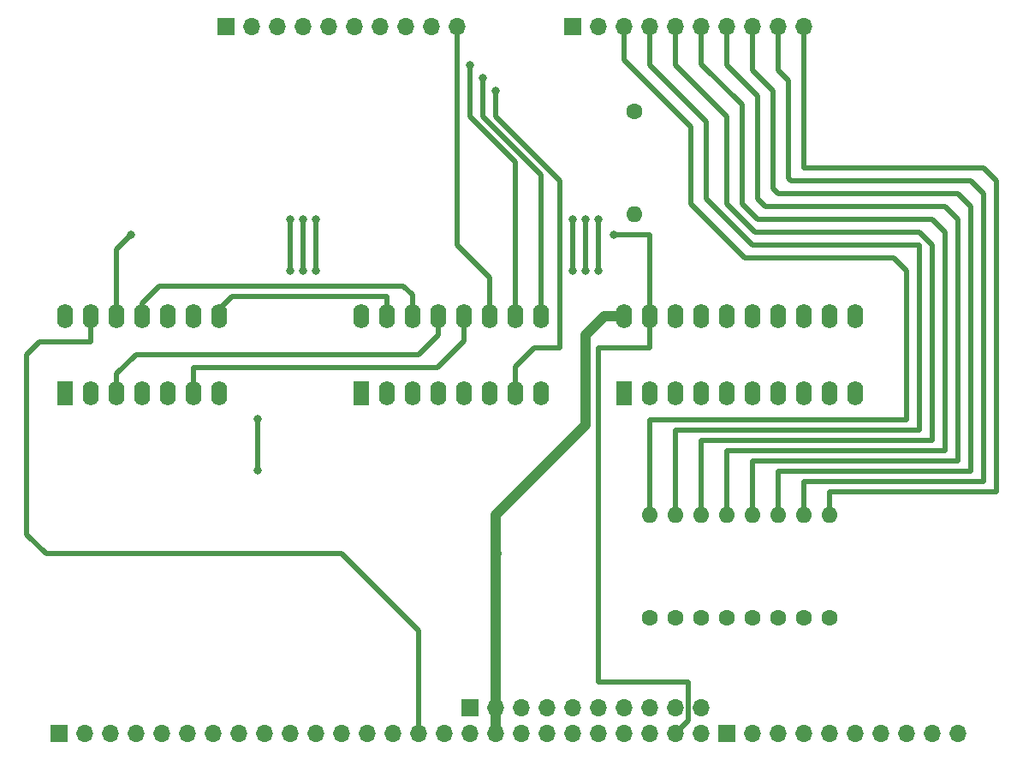
<source format=gbr>
%TF.GenerationSoftware,KiCad,Pcbnew,6.0.11+dfsg-1*%
%TF.CreationDate,2025-10-31T09:44:41+01:00*%
%TF.ProjectId,basematrice,62617365-6d61-4747-9269-63652e6b6963,rev?*%
%TF.SameCoordinates,Original*%
%TF.FileFunction,Copper,L1,Top*%
%TF.FilePolarity,Positive*%
%FSLAX46Y46*%
G04 Gerber Fmt 4.6, Leading zero omitted, Abs format (unit mm)*
G04 Created by KiCad (PCBNEW 6.0.11+dfsg-1) date 2025-10-31 09:44:41*
%MOMM*%
%LPD*%
G01*
G04 APERTURE LIST*
%TA.AperFunction,ComponentPad*%
%ADD10R,1.600000X2.400000*%
%TD*%
%TA.AperFunction,ComponentPad*%
%ADD11O,1.600000X2.400000*%
%TD*%
%TA.AperFunction,ComponentPad*%
%ADD12R,1.700000X1.700000*%
%TD*%
%TA.AperFunction,ComponentPad*%
%ADD13O,1.700000X1.700000*%
%TD*%
%TA.AperFunction,ComponentPad*%
%ADD14C,1.600000*%
%TD*%
%TA.AperFunction,ComponentPad*%
%ADD15O,1.600000X1.600000*%
%TD*%
%TA.AperFunction,ViaPad*%
%ADD16C,0.800000*%
%TD*%
%TA.AperFunction,ViaPad*%
%ADD17C,1.000000*%
%TD*%
%TA.AperFunction,Conductor*%
%ADD18C,0.500000*%
%TD*%
%TA.AperFunction,Conductor*%
%ADD19C,1.000000*%
%TD*%
G04 APERTURE END LIST*
D10*
%TO.P,74hc32,1*%
%TO.N,N/C*%
X97150000Y-100980000D03*
D11*
%TO.P,74hc32,2*%
X99690000Y-100980000D03*
%TO.P,74hc32,3*%
X102230000Y-100980000D03*
%TO.P,74hc32,4*%
X104770000Y-100980000D03*
%TO.P,74hc32,5*%
X107310000Y-100980000D03*
%TO.P,74hc32,6*%
X109850000Y-100980000D03*
%TO.P,74hc32,7*%
X112390000Y-100980000D03*
%TO.P,74hc32,8*%
X112390000Y-93360000D03*
%TO.P,74hc32,9*%
X109850000Y-93360000D03*
%TO.P,74hc32,10*%
X107310000Y-93360000D03*
%TO.P,74hc32,11*%
X104770000Y-93360000D03*
%TO.P,74hc32,12*%
X102230000Y-93360000D03*
%TO.P,74hc32,13*%
X99690000Y-93360000D03*
%TO.P,74hc32,14*%
X97150000Y-93360000D03*
%TD*%
D12*
%TO.P,REF\u002A\u002A,1*%
%TO.N,N/C*%
X96550000Y-134600000D03*
D13*
%TO.P,REF\u002A\u002A,2*%
X99090000Y-134600000D03*
%TO.P,REF\u002A\u002A,3*%
X101630000Y-134600000D03*
%TO.P,REF\u002A\u002A,4*%
X104170000Y-134600000D03*
%TO.P,REF\u002A\u002A,5*%
X106710000Y-134600000D03*
%TO.P,REF\u002A\u002A,6*%
X109250000Y-134600000D03*
%TO.P,REF\u002A\u002A,7*%
X111790000Y-134600000D03*
%TO.P,REF\u002A\u002A,8*%
X114330000Y-134600000D03*
%TO.P,REF\u002A\u002A,9*%
X116870000Y-134600000D03*
%TO.P,REF\u002A\u002A,10*%
X119410000Y-134600000D03*
%TO.P,REF\u002A\u002A,11*%
X121950000Y-134600000D03*
%TO.P,REF\u002A\u002A,12*%
X124490000Y-134600000D03*
%TO.P,REF\u002A\u002A,13*%
X127030000Y-134600000D03*
%TO.P,REF\u002A\u002A,14*%
X129570000Y-134600000D03*
%TO.P,REF\u002A\u002A,15*%
X132110000Y-134600000D03*
%TO.P,REF\u002A\u002A,16*%
X134650000Y-134600000D03*
%TD*%
D14*
%TO.P,10k,1*%
%TO.N,N/C*%
X165100000Y-123190000D03*
D15*
%TO.P,10k,2*%
X165100000Y-113030000D03*
%TD*%
D14*
%TO.P,1k,1*%
%TO.N,N/C*%
X153416000Y-73152000D03*
D15*
%TO.P,1k,2*%
X153416000Y-83312000D03*
%TD*%
D12*
%TO.P,REF\u002A\u002A,1*%
%TO.N,N/C*%
X113060000Y-64745000D03*
D13*
%TO.P,REF\u002A\u002A,2*%
X115600000Y-64745000D03*
%TO.P,REF\u002A\u002A,3*%
X118140000Y-64745000D03*
%TO.P,REF\u002A\u002A,4*%
X120680000Y-64745000D03*
%TO.P,REF\u002A\u002A,5*%
X123220000Y-64745000D03*
%TO.P,REF\u002A\u002A,6*%
X125760000Y-64745000D03*
%TO.P,REF\u002A\u002A,7*%
X128300000Y-64745000D03*
%TO.P,REF\u002A\u002A,8*%
X130840000Y-64745000D03*
%TO.P,REF\u002A\u002A,9*%
X133380000Y-64745000D03*
%TO.P,REF\u002A\u002A,10*%
X135920000Y-64745000D03*
%TD*%
D14*
%TO.P,10k,1*%
%TO.N,N/C*%
X154940000Y-123190000D03*
D15*
%TO.P,10k,2*%
X154940000Y-113030000D03*
%TD*%
D14*
%TO.P,10k,1*%
%TO.N,N/C*%
X167640000Y-123190000D03*
D15*
%TO.P,10k,2*%
X167640000Y-113030000D03*
%TD*%
D10*
%TO.P,74hc245,1*%
%TO.N,N/C*%
X152400000Y-100965000D03*
D11*
%TO.P,74hc245,2*%
X154940000Y-100965000D03*
%TO.P,74hc245,3*%
X157480000Y-100965000D03*
%TO.P,74hc245,4*%
X160020000Y-100965000D03*
%TO.P,74hc245,5*%
X162560000Y-100965000D03*
%TO.P,74hc245,6*%
X165100000Y-100965000D03*
%TO.P,74hc245,7*%
X167640000Y-100965000D03*
%TO.P,74hc245,8*%
X170180000Y-100965000D03*
%TO.P,74hc245,9*%
X172720000Y-100965000D03*
%TO.P,74hc245,10*%
X175260000Y-100965000D03*
%TO.P,74hc245,11*%
X175260000Y-93345000D03*
%TO.P,74hc245,12*%
X172720000Y-93345000D03*
%TO.P,74hc245,13*%
X170180000Y-93345000D03*
%TO.P,74hc245,14*%
X167640000Y-93345000D03*
%TO.P,74hc245,15*%
X165100000Y-93345000D03*
%TO.P,74hc245,16*%
X162560000Y-93345000D03*
%TO.P,74hc245,17*%
X160020000Y-93345000D03*
%TO.P,74hc245,18*%
X157480000Y-93345000D03*
%TO.P,74hc245,19*%
X154940000Y-93345000D03*
%TO.P,74hc245,20*%
X152400000Y-93345000D03*
%TD*%
D14*
%TO.P,10k,1*%
%TO.N,N/C*%
X162560000Y-123190000D03*
D15*
%TO.P,10k,2*%
X162560000Y-113030000D03*
%TD*%
D12*
%TO.P,REF\u002A\u002A,1*%
%TO.N,N/C*%
X162590000Y-134600000D03*
D13*
%TO.P,REF\u002A\u002A,2*%
X165130000Y-134600000D03*
%TO.P,REF\u002A\u002A,3*%
X167670000Y-134600000D03*
%TO.P,REF\u002A\u002A,4*%
X170210000Y-134600000D03*
%TO.P,REF\u002A\u002A,5*%
X172750000Y-134600000D03*
%TO.P,REF\u002A\u002A,6*%
X175290000Y-134600000D03*
%TO.P,REF\u002A\u002A,7*%
X177830000Y-134600000D03*
%TO.P,REF\u002A\u002A,8*%
X180370000Y-134600000D03*
%TO.P,REF\u002A\u002A,9*%
X182910000Y-134600000D03*
%TO.P,REF\u002A\u002A,10*%
X185450000Y-134600000D03*
%TD*%
D10*
%TO.P,74hc42,1*%
%TO.N,N/C*%
X126380000Y-100980000D03*
D11*
%TO.P,74hc42,2*%
X128920000Y-100980000D03*
%TO.P,74hc42,3*%
X131460000Y-100980000D03*
%TO.P,74hc42,4*%
X134000000Y-100980000D03*
%TO.P,74hc42,5*%
X136540000Y-100980000D03*
%TO.P,74hc42,6*%
X139080000Y-100980000D03*
%TO.P,74hc42,7*%
X141620000Y-100980000D03*
%TO.P,74hc42,8*%
X144160000Y-100980000D03*
%TO.P,74hc42,9*%
X144160000Y-93360000D03*
%TO.P,74hc42,10*%
X141620000Y-93360000D03*
%TO.P,74hc42,11*%
X139080000Y-93360000D03*
%TO.P,74hc42,12*%
X136540000Y-93360000D03*
%TO.P,74hc42,13*%
X134000000Y-93360000D03*
%TO.P,74hc42,14*%
X131460000Y-93360000D03*
%TO.P,74hc42,15*%
X128920000Y-93360000D03*
%TO.P,74hc42,16*%
X126380000Y-93360000D03*
%TD*%
D14*
%TO.P,10k,1*%
%TO.N,N/C*%
X160020000Y-123190000D03*
D15*
%TO.P,10k,2*%
X160020000Y-113030000D03*
%TD*%
D14*
%TO.P,10k,1*%
%TO.N,N/C*%
X157480000Y-123190000D03*
D15*
%TO.P,10k,2*%
X157480000Y-113030000D03*
%TD*%
D14*
%TO.P,10k,1*%
%TO.N,N/C*%
X172720000Y-123190000D03*
D15*
%TO.P,10k,2*%
X172720000Y-113030000D03*
%TD*%
D14*
%TO.P,10k,1*%
%TO.N,N/C*%
X170180000Y-123190000D03*
D15*
%TO.P,10k,2*%
X170180000Y-113030000D03*
%TD*%
D12*
%TO.P,REF\u002A\u002A,1*%
%TO.N,N/C*%
X147350000Y-64745000D03*
D13*
%TO.P,REF\u002A\u002A,2*%
X149890000Y-64745000D03*
%TO.P,REF\u002A\u002A,3*%
X152430000Y-64745000D03*
%TO.P,REF\u002A\u002A,4*%
X154970000Y-64745000D03*
%TO.P,REF\u002A\u002A,5*%
X157510000Y-64745000D03*
%TO.P,REF\u002A\u002A,6*%
X160050000Y-64745000D03*
%TO.P,REF\u002A\u002A,7*%
X162590000Y-64745000D03*
%TO.P,REF\u002A\u002A,8*%
X165130000Y-64745000D03*
%TO.P,REF\u002A\u002A,9*%
X167670000Y-64745000D03*
%TO.P,REF\u002A\u002A,10*%
X170210000Y-64745000D03*
%TD*%
D12*
%TO.P,REF\u002A\u002A,1*%
%TO.N,N/C*%
X137190000Y-132060000D03*
D13*
%TO.P,REF\u002A\u002A,2*%
X137190000Y-134600000D03*
%TO.P,REF\u002A\u002A,3*%
X139730000Y-132060000D03*
%TO.P,REF\u002A\u002A,4*%
X139730000Y-134600000D03*
%TO.P,REF\u002A\u002A,5*%
X142270000Y-132060000D03*
%TO.P,REF\u002A\u002A,6*%
X142270000Y-134600000D03*
%TO.P,REF\u002A\u002A,7*%
X144810000Y-132060000D03*
%TO.P,REF\u002A\u002A,8*%
X144810000Y-134600000D03*
%TO.P,REF\u002A\u002A,9*%
X147350000Y-132060000D03*
%TO.P,REF\u002A\u002A,10*%
X147350000Y-134600000D03*
%TO.P,REF\u002A\u002A,11*%
X149890000Y-132060000D03*
%TO.P,REF\u002A\u002A,12*%
X149890000Y-134600000D03*
%TO.P,REF\u002A\u002A,13*%
X152430000Y-132060000D03*
%TO.P,REF\u002A\u002A,14*%
X152430000Y-134600000D03*
%TO.P,REF\u002A\u002A,15*%
X154970000Y-132060000D03*
%TO.P,REF\u002A\u002A,16*%
X154970000Y-134600000D03*
%TO.P,REF\u002A\u002A,17*%
X157510000Y-132060000D03*
%TO.P,REF\u002A\u002A,18*%
X157510000Y-134600000D03*
%TO.P,REF\u002A\u002A,19*%
X160050000Y-132060000D03*
%TO.P,REF\u002A\u002A,20*%
X160050000Y-134600000D03*
%TD*%
D16*
%TO.N,*%
X116205000Y-103505000D03*
X119380000Y-88900000D03*
X121920000Y-83820000D03*
X138430000Y-69850000D03*
X148590000Y-88900000D03*
X121920000Y-88900000D03*
X116205000Y-108585000D03*
X148590000Y-83820000D03*
X103632000Y-85344000D03*
X147320000Y-88900000D03*
X120650000Y-88900000D03*
X149860000Y-88900000D03*
X137160000Y-68580000D03*
X149860000Y-83820000D03*
X151384000Y-85344000D03*
X120650000Y-83820000D03*
X147320000Y-83820000D03*
X139700000Y-71120000D03*
X119380000Y-83820000D03*
D17*
X139730000Y-119918000D03*
%TD*%
D18*
%TO.N,*%
X172720000Y-113030000D02*
X172720000Y-110744000D01*
X170210000Y-66010000D02*
X170210000Y-64745000D01*
X172720000Y-110744000D02*
X189230000Y-110744000D01*
X189230000Y-110744000D02*
X189230000Y-80010000D01*
X189230000Y-80010000D02*
X187960000Y-78740000D01*
X187960000Y-78740000D02*
X170180000Y-78740000D01*
X170180000Y-78740000D02*
X170180000Y-66040000D01*
X170180000Y-66040000D02*
X170210000Y-66010000D01*
X102230000Y-86746000D02*
X102230000Y-93360000D01*
X186690000Y-82550000D02*
X186690000Y-108712000D01*
X166370000Y-82550000D02*
X165608000Y-81788000D01*
X159004000Y-82296000D02*
X159004000Y-74676000D01*
X149860000Y-88900000D02*
X149860000Y-83820000D01*
X136540000Y-95870000D02*
X136540000Y-93360000D01*
X130586000Y-90424000D02*
X131460000Y-91298000D01*
X104140000Y-97155000D02*
X132080000Y-97155000D01*
X160050000Y-68455500D02*
X164084000Y-72489500D01*
X168656000Y-79756000D02*
X168656000Y-70104000D01*
X167640000Y-81280000D02*
X185420000Y-81280000D01*
X185420000Y-81280000D02*
X186690000Y-82550000D01*
X154940000Y-113030000D02*
X154940000Y-103632000D01*
D19*
X139730000Y-119918000D02*
X139730000Y-123414000D01*
D18*
X134000000Y-95235000D02*
X134000000Y-93360000D01*
X179070000Y-87630000D02*
X164338000Y-87630000D01*
X147320000Y-88900000D02*
X147320000Y-83820000D01*
X119380000Y-88900000D02*
X119380000Y-83820000D01*
X93345000Y-97155000D02*
X94615000Y-95885000D01*
X159004000Y-74676000D02*
X152430000Y-68102000D01*
X165608000Y-71628000D02*
X162590000Y-68610000D01*
X182880000Y-83820000D02*
X184150000Y-85090000D01*
X132110000Y-124490000D02*
X124460000Y-116840000D01*
X168656000Y-70104000D02*
X167640000Y-69088000D01*
X162590000Y-68610000D02*
X162590000Y-64745000D01*
X181610000Y-86360000D02*
X165100000Y-86360000D01*
X165608000Y-83820000D02*
X182880000Y-83820000D01*
X186690000Y-80010000D02*
X168910000Y-80010000D01*
X165130000Y-64745000D02*
X165130000Y-69118000D01*
D19*
X139730000Y-116870000D02*
X139730000Y-123414000D01*
D18*
X131460000Y-91298000D02*
X131460000Y-93360000D01*
X162560000Y-73660000D02*
X157480000Y-68580000D01*
X146050000Y-96520000D02*
X146050000Y-80010000D01*
X165608000Y-81788000D02*
X165608000Y-71628000D01*
X128920000Y-93360000D02*
X128920000Y-91455000D01*
X187960000Y-81280000D02*
X186690000Y-80010000D01*
D19*
X150495000Y-93345000D02*
X148590000Y-95250000D01*
D18*
X93345000Y-114935000D02*
X93345000Y-97155000D01*
X167640000Y-69088000D02*
X167640000Y-64775000D01*
X182880000Y-105664000D02*
X182880000Y-86360000D01*
X109850000Y-98430000D02*
X109855000Y-98425000D01*
D19*
X139760000Y-116840000D02*
X139730000Y-116870000D01*
D18*
X151384000Y-85344000D02*
X154940000Y-85344000D01*
X157510000Y-134600000D02*
X158750000Y-133360000D01*
X157480000Y-113030000D02*
X157480000Y-104648000D01*
X170180000Y-109728000D02*
X187960000Y-109728000D01*
X162560000Y-106680000D02*
X162560000Y-113030000D01*
X187960000Y-109728000D02*
X187960000Y-81280000D01*
X182880000Y-86360000D02*
X181610000Y-85090000D01*
X160020000Y-105664000D02*
X182880000Y-105664000D01*
X109855000Y-98425000D02*
X133985000Y-98425000D01*
X160020000Y-113030000D02*
X160020000Y-105664000D01*
X157480000Y-68580000D02*
X157480000Y-64775000D01*
X170180000Y-113030000D02*
X170180000Y-109728000D01*
X167132000Y-71120000D02*
X167132000Y-80772000D01*
X139080000Y-89550000D02*
X135890000Y-86360000D01*
X164084000Y-82296000D02*
X165608000Y-83820000D01*
X165100000Y-113030000D02*
X165100000Y-107696000D01*
X109850000Y-100980000D02*
X109850000Y-98430000D01*
D19*
X148590000Y-95250000D02*
X148590000Y-104140000D01*
X152400000Y-93345000D02*
X150495000Y-93345000D01*
D18*
X146050000Y-80010000D02*
X139700000Y-73660000D01*
X141620000Y-93360000D02*
X141620000Y-78120000D01*
X160050000Y-64745000D02*
X160050000Y-68455500D01*
X138430000Y-73660000D02*
X138430000Y-69850000D01*
X154940000Y-85344000D02*
X154940000Y-93345000D01*
X141620000Y-100980000D02*
X141620000Y-98410000D01*
X102230000Y-99065000D02*
X104140000Y-97155000D01*
X132110000Y-134600000D02*
X132110000Y-124490000D01*
X139080000Y-93360000D02*
X139080000Y-89550000D01*
X104770000Y-92080000D02*
X106426000Y-90424000D01*
X104770000Y-93360000D02*
X104770000Y-92080000D01*
X152430000Y-68102000D02*
X152430000Y-64745000D01*
X165100000Y-86360000D02*
X160528000Y-81788000D01*
X133985000Y-98425000D02*
X136540000Y-95870000D01*
X148590000Y-88900000D02*
X148590000Y-83820000D01*
D19*
X139730000Y-123414000D02*
X139730000Y-132060000D01*
D18*
X185420000Y-83820000D02*
X184150000Y-82550000D01*
X164338000Y-87630000D02*
X159004000Y-82296000D01*
X132080000Y-97155000D02*
X134000000Y-95235000D01*
X144160000Y-93360000D02*
X144160000Y-79390000D01*
X149860000Y-96520000D02*
X154940000Y-96520000D01*
X141620000Y-98410000D02*
X143510000Y-96520000D01*
X154940000Y-103632000D02*
X180340000Y-103632000D01*
X103632000Y-85344000D02*
X102230000Y-86746000D01*
X160528000Y-74168000D02*
X154970000Y-68610000D01*
X165100000Y-107696000D02*
X185420000Y-107696000D01*
X99690000Y-95880000D02*
X99690000Y-93360000D01*
X141620000Y-78120000D02*
X137160000Y-73660000D01*
D19*
X148590000Y-104140000D02*
X139730000Y-113000000D01*
D18*
X180340000Y-103632000D02*
X180340000Y-88900000D01*
D19*
X139730000Y-132060000D02*
X139730000Y-134600000D01*
D18*
X95250000Y-116840000D02*
X93345000Y-114935000D01*
X113665000Y-91440000D02*
X112390000Y-92715000D01*
X128905000Y-91440000D02*
X113665000Y-91440000D01*
X137160000Y-73660000D02*
X137160000Y-68580000D01*
X185420000Y-107696000D02*
X185420000Y-83820000D01*
X120650000Y-88900000D02*
X120650000Y-83820000D01*
X164084000Y-72489500D02*
X164084000Y-82296000D01*
X168910000Y-80010000D02*
X168656000Y-79756000D01*
X165130000Y-69118000D02*
X167132000Y-71120000D01*
X128920000Y-91455000D02*
X128905000Y-91440000D01*
X184150000Y-85090000D02*
X184150000Y-106680000D01*
X158750000Y-133360000D02*
X158750000Y-129540000D01*
X167132000Y-80772000D02*
X167640000Y-81280000D01*
X94615000Y-95885000D02*
X99695000Y-95885000D01*
X154940000Y-96520000D02*
X154940000Y-93345000D01*
X186690000Y-108712000D02*
X167640000Y-108712000D01*
X165354000Y-85090000D02*
X162560000Y-82296000D01*
X167640000Y-64775000D02*
X167670000Y-64745000D01*
X157480000Y-104648000D02*
X181610000Y-104648000D01*
X106426000Y-90424000D02*
X130586000Y-90424000D01*
X181610000Y-85090000D02*
X165354000Y-85090000D01*
X116205000Y-108585000D02*
X116205000Y-103505000D01*
X180340000Y-88900000D02*
X179070000Y-87630000D01*
X149860000Y-129540000D02*
X149860000Y-96520000D01*
D19*
X139730000Y-113000000D02*
X139730000Y-116870000D01*
D18*
X160528000Y-81788000D02*
X160528000Y-74168000D01*
X184150000Y-82550000D02*
X166370000Y-82550000D01*
X121920000Y-83820000D02*
X121920000Y-88900000D01*
X99695000Y-95885000D02*
X99690000Y-95880000D01*
X102230000Y-100980000D02*
X102230000Y-99065000D01*
X162560000Y-82296000D02*
X162560000Y-73660000D01*
X181610000Y-104648000D02*
X181610000Y-86360000D01*
X124460000Y-116840000D02*
X95250000Y-116840000D01*
X112390000Y-92715000D02*
X112390000Y-93360000D01*
X135890000Y-64775000D02*
X135920000Y-64745000D01*
X135890000Y-86360000D02*
X135890000Y-64775000D01*
X139700000Y-73660000D02*
X139700000Y-71120000D01*
X144160000Y-79390000D02*
X138430000Y-73660000D01*
X167640000Y-108712000D02*
X167640000Y-113030000D01*
X143510000Y-96520000D02*
X146050000Y-96520000D01*
X157480000Y-64775000D02*
X157510000Y-64745000D01*
X154970000Y-68610000D02*
X154970000Y-64745000D01*
X184150000Y-106680000D02*
X162560000Y-106680000D01*
X158750000Y-129540000D02*
X149860000Y-129540000D01*
%TD*%
M02*

</source>
